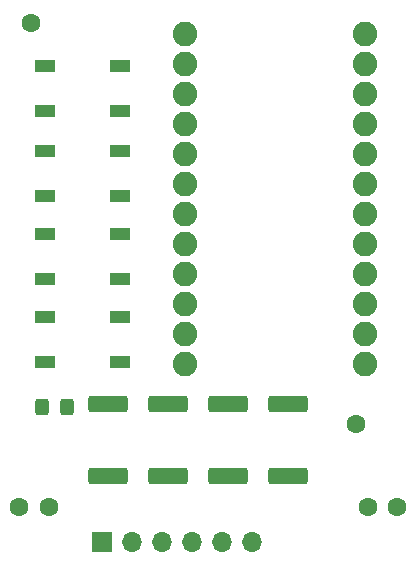
<source format=gbr>
%TF.GenerationSoftware,KiCad,Pcbnew,8.0.2-8.0.2-0~ubuntu22.04.1*%
%TF.CreationDate,2024-05-15T17:29:59+09:00*%
%TF.ProjectId,microcontroller_board,6d696372-6f63-46f6-9e74-726f6c6c6572,rev?*%
%TF.SameCoordinates,Original*%
%TF.FileFunction,Soldermask,Top*%
%TF.FilePolarity,Negative*%
%FSLAX46Y46*%
G04 Gerber Fmt 4.6, Leading zero omitted, Abs format (unit mm)*
G04 Created by KiCad (PCBNEW 8.0.2-8.0.2-0~ubuntu22.04.1) date 2024-05-15 17:29:59*
%MOMM*%
%LPD*%
G01*
G04 APERTURE LIST*
G04 Aperture macros list*
%AMRoundRect*
0 Rectangle with rounded corners*
0 $1 Rounding radius*
0 $2 $3 $4 $5 $6 $7 $8 $9 X,Y pos of 4 corners*
0 Add a 4 corners polygon primitive as box body*
4,1,4,$2,$3,$4,$5,$6,$7,$8,$9,$2,$3,0*
0 Add four circle primitives for the rounded corners*
1,1,$1+$1,$2,$3*
1,1,$1+$1,$4,$5*
1,1,$1+$1,$6,$7*
1,1,$1+$1,$8,$9*
0 Add four rect primitives between the rounded corners*
20,1,$1+$1,$2,$3,$4,$5,0*
20,1,$1+$1,$4,$5,$6,$7,0*
20,1,$1+$1,$6,$7,$8,$9,0*
20,1,$1+$1,$8,$9,$2,$3,0*%
G04 Aperture macros list end*
%ADD10R,1.700000X1.000000*%
%ADD11RoundRect,0.250000X-0.325000X-0.450000X0.325000X-0.450000X0.325000X0.450000X-0.325000X0.450000X0*%
%ADD12C,1.600000*%
%ADD13RoundRect,0.249999X-1.425001X0.450001X-1.425001X-0.450001X1.425001X-0.450001X1.425001X0.450001X0*%
%ADD14C,2.082800*%
%ADD15R,1.700000X1.700000*%
%ADD16O,1.700000X1.700000*%
G04 APERTURE END LIST*
D10*
%TO.C,S4*%
X96200000Y-66200000D03*
X102500000Y-66200000D03*
X96200000Y-62400000D03*
X102500000Y-62400000D03*
%TD*%
D11*
%TO.C,F1*%
X95950000Y-70000000D03*
X98000000Y-70000000D03*
%TD*%
D12*
%TO.C,H1*%
X95000000Y-37500000D03*
%TD*%
D13*
%TO.C,R11*%
X111660000Y-69745000D03*
X111660000Y-75845000D03*
%TD*%
D12*
%TO.C,C1*%
X96500000Y-78500000D03*
X94000000Y-78500000D03*
%TD*%
D14*
%TO.C,B1*%
X108000000Y-38420000D03*
X108000000Y-40960000D03*
X108000000Y-43500000D03*
X108000000Y-46040000D03*
X108000000Y-48580000D03*
X108000000Y-51120000D03*
X108000000Y-53660000D03*
X108000000Y-56200000D03*
X108000000Y-58740000D03*
X108000000Y-61280000D03*
X108000000Y-63820000D03*
X108000000Y-66360000D03*
X123240000Y-66360000D03*
X123240000Y-63820000D03*
X123240000Y-61280000D03*
X123240000Y-58740000D03*
X123240000Y-56200000D03*
X123240000Y-53660000D03*
X123240000Y-51120000D03*
X123240000Y-48580000D03*
X123240000Y-46040000D03*
X123240000Y-43500000D03*
X123240000Y-40960000D03*
X123240000Y-38420000D03*
%TD*%
D10*
%TO.C,S2*%
X96200000Y-52146000D03*
X102500000Y-52146000D03*
X96200000Y-48346000D03*
X102500000Y-48346000D03*
%TD*%
D15*
%TO.C,J1*%
X101000000Y-81500000D03*
D16*
X103540000Y-81500000D03*
X106080000Y-81500000D03*
X108620000Y-81500000D03*
X111160000Y-81500000D03*
X113700000Y-81500000D03*
%TD*%
D13*
%TO.C,R13*%
X101500000Y-69745000D03*
X101500000Y-75845000D03*
%TD*%
D10*
%TO.C,S1*%
X96200000Y-45000000D03*
X102500000Y-45000000D03*
X96200000Y-41200000D03*
X102500000Y-41200000D03*
%TD*%
D12*
%TO.C,H2*%
X122500000Y-71500000D03*
%TD*%
D13*
%TO.C,R10*%
X116740000Y-69745000D03*
X116740000Y-75845000D03*
%TD*%
D12*
%TO.C,C2*%
X123500000Y-78500000D03*
X126000000Y-78500000D03*
%TD*%
D13*
%TO.C,R12*%
X106580000Y-69745000D03*
X106580000Y-75845000D03*
%TD*%
D10*
%TO.C,S3*%
X96200000Y-59173000D03*
X102500000Y-59173000D03*
X96200000Y-55373000D03*
X102500000Y-55373000D03*
%TD*%
M02*

</source>
